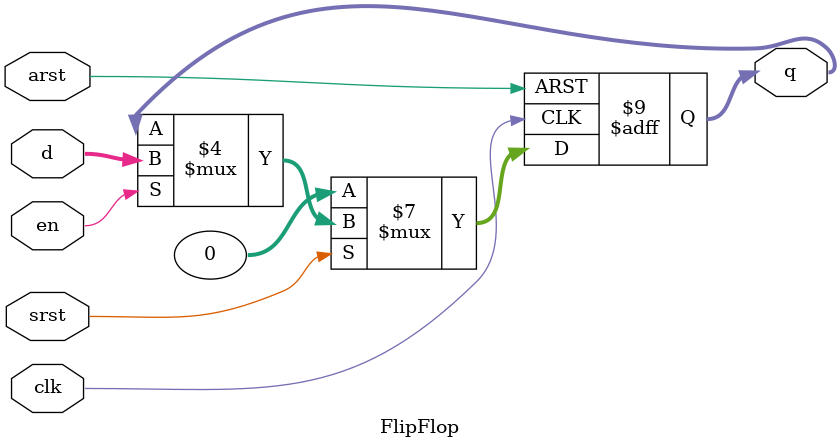
<source format=sv>

module FlipFlop #(
    parameter WIDTH = 32
) (
    input logic clk, en, srst, arst,
    input logic[WIDTH - 1:0] d,
    output logic[WIDTH - 1:0] q
);

    always_ff @(posedge clk or negedge arst) begin 
        if(~arst) q <= 0;     // Reset
		else if(~srst) q <= 0; // Reset
        else if(en) q <= d;  // If enable
    end   
endmodule
</source>
